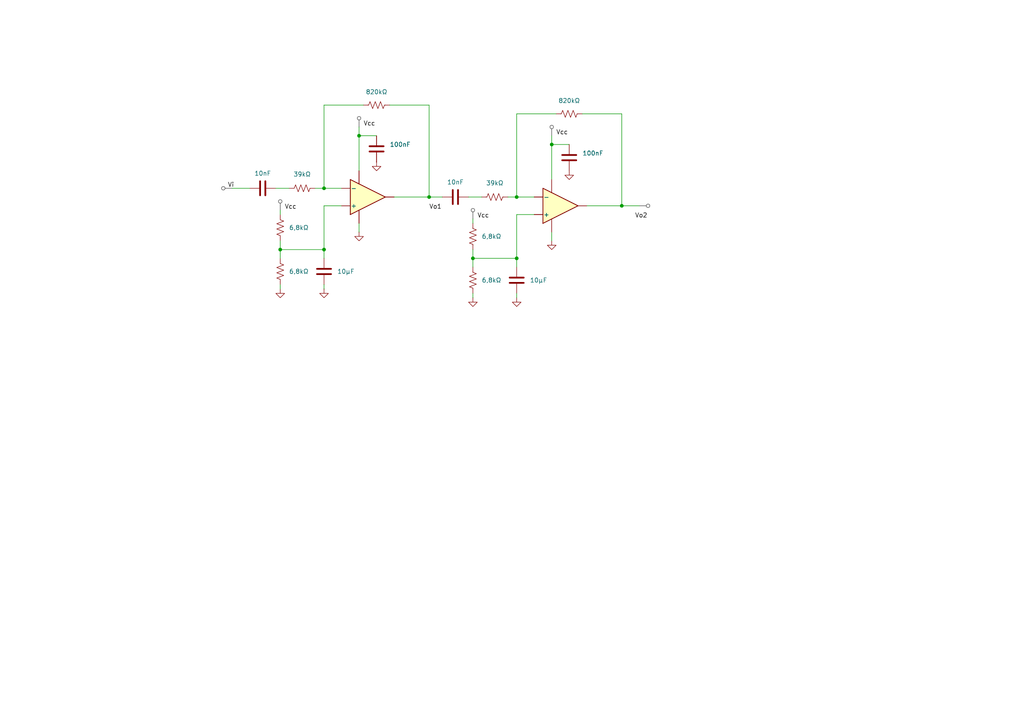
<source format=kicad_sch>
(kicad_sch (version 20231120) (generator "eeschema") (generator_version "8.0")
  (paper "A4")
  (lib_symbols
    (symbol "Amplifier_Operational:TLV172IDCK" (pin_names (offset 0.127))
      (symbol "TLV172IDCK_0_1"
        (polyline (pts (xy -2.54 5.08) (xy -2.54 -5.08) (xy 7.62 0) (xy -2.54 5.08)) (stroke (width 0.254)) (fill (type background)))
      )
      (symbol "TLV172IDCK_1_1"
        (pin power_in line (at 0 -7.62 90) (length 3.81) (name "") (number ""))
        (pin power_in line (at 0 7.62 270) (length 3.81) (name "") (number ""))
        (pin input line (at -5.08 2.54 0) (length 2.54) (name "+") (number ""))
        (pin input line (at -5.08 -2.54 0) (length 2.54) (name "-") (number ""))
        (pin output line (at 10.16 0 180) (length 2.54) (name "~") (number ""))
      )
    )
    (symbol "Device:C" (pin_numbers hide) (pin_names (offset 0.254))
      (property "Reference" "C" (at 0.635 2.54 0))
      (property "Value" "C" (at 0.635 -2.54 0))
      (symbol "C_0_1"
        (polyline (pts (xy -2.032 -0.762) (xy 2.032 -0.762)) (stroke (width 0.508)))
        (polyline (pts (xy -2.032 0.762) (xy 2.032 0.762)) (stroke (width 0.508)))
      )
      (symbol "C_1_1"
        (pin passive line (at 0 3.81 270) (length 2.794) (name "~") (number "1"))
        (pin passive line (at 0 -3.81 90) (length 2.794) (name "~") (number "2"))
      )
    )
    (symbol "Device:R_US" (pin_numbers hide) (pin_names (offset 0))
      (property "Reference" "R" (at 2.54 0 90))
      (property "Value" "R_US" (at -2.54 0 90))
      (symbol "R_US_0_1"
        (polyline (pts (xy 0 -2.286) (xy 0 -2.54)))
        (polyline (pts (xy 0 2.286) (xy 0 2.54)))
        (polyline (pts (xy 0 -0.762) (xy 1.016 -1.143) (xy 0 -1.524) (xy -1.016 -1.905) (xy 0 -2.286)))
        (polyline (pts (xy 0 0.762) (xy 1.016 0.381) (xy 0 0) (xy -1.016 -0.381) (xy 0 -0.762)))
        (polyline (pts (xy 0 2.286) (xy 1.016 1.905) (xy 0 1.524) (xy -1.016 1.143) (xy 0 0.762)))
      )
      (symbol "R_US_1_1"
        (pin passive line (at 0 3.81 270) (length 1.27) (name "~") (number "1"))
        (pin passive line (at 0 -3.81 90) (length 1.27) (name "~") (number "2"))
      )
    )
    (symbol "TLV172IDCK_1" (pin_names (offset 0.127))
      (symbol "TLV172IDCK_1_0_1"
        (polyline (pts (xy -2.54 5.08) (xy -2.54 -5.08) (xy 7.62 0) (xy -2.54 5.08)) (stroke (width 0.254)) (fill (type background)))
      )
      (symbol "TLV172IDCK_1_1_1"
        (pin power_in line (at 0 -7.62 90) (length 3.81) (name "") (number ""))
        (pin power_in line (at 0 7.62 270) (length 3.81) (name "") (number ""))
        (pin input line (at -5.08 2.54 0) (length 2.54) (name "+") (number ""))
        (pin input line (at -5.08 -2.54 0) (length 2.54) (name "-") (number ""))
        (pin output line (at 10.16 0 180) (length 2.54) (name "~") (number ""))
      )
    )
    (symbol "power:GND" (power) (pin_numbers hide) (pin_names (offset 0) hide)
      (property "Value" "GND" (at 0 -3.81 0))
      (symbol "GND_0_1"
        (polyline (pts (xy 0 0) (xy 0 -1.27) (xy 1.27 -1.27) (xy 0 -2.54) (xy -1.27 -1.27) (xy 0 -1.27)))
      )
      (symbol "GND_1_1"
        (pin power_in line (at 0 0 270) (length 0) (name "~") (number "1"))
      )
    )
  )
  (junction (at 124.46 57.15))
  (junction (at 93.98 72.39))
  (junction (at 93.98 54.61))
  (junction (at 160.02 41.91))
  (junction (at 149.86 57.15))
  (junction (at 104.14 39.37))
  (junction (at 180.34 59.69))
  (junction (at 149.86 74.93))
  (junction (at 137.16 74.93))
  (junction (at 81.28 72.39))
  (wire (pts (xy 180.34 59.69) (xy 185.42 59.69)))
  (wire (pts (xy 137.16 74.93) (xy 137.16 77.47)))
  (wire (pts (xy 81.28 60.96) (xy 81.28 62.23)))
  (wire (pts (xy 154.94 62.23) (xy 149.86 62.23)))
  (wire (pts (xy 93.98 59.69) (xy 93.98 72.39)))
  (wire (pts (xy 93.98 72.39) (xy 81.28 72.39)))
  (wire (pts (xy 93.98 72.39) (xy 93.98 74.93)))
  (wire (pts (xy 170.18 59.69) (xy 180.34 59.69)))
  (wire (pts (xy 81.28 82.55) (xy 81.28 83.82)))
  (wire (pts (xy 149.86 74.93) (xy 149.86 77.47)))
  (wire (pts (xy 160.02 39.37) (xy 160.02 41.91)))
  (wire (pts (xy 124.46 57.15) (xy 128.27 57.15)))
  (wire (pts (xy 93.98 54.61) (xy 93.98 30.48)))
  (wire (pts (xy 91.44 54.61) (xy 93.98 54.61)))
  (wire (pts (xy 149.86 62.23) (xy 149.86 74.93)))
  (wire (pts (xy 137.16 85.09) (xy 137.16 86.36)))
  (wire (pts (xy 93.98 82.55) (xy 93.98 83.82)))
  (wire (pts (xy 149.86 57.15) (xy 149.86 33.02)))
  (wire (pts (xy 80.01 54.61) (xy 83.82 54.61)))
  (wire (pts (xy 168.91 33.02) (xy 180.34 33.02)))
  (wire (pts (xy 137.16 63.5) (xy 137.16 64.77)))
  (wire (pts (xy 81.28 69.85) (xy 81.28 72.39)))
  (wire (pts (xy 135.89 57.15) (xy 139.7 57.15)))
  (wire (pts (xy 93.98 54.61) (xy 99.06 54.61)))
  (wire (pts (xy 93.98 30.48) (xy 105.41 30.48)))
  (wire (pts (xy 99.06 59.69) (xy 93.98 59.69)))
  (wire (pts (xy 67.31 54.61) (xy 72.39 54.61)))
  (wire (pts (xy 160.02 41.91) (xy 160.02 52.07)))
  (wire (pts (xy 104.14 64.77) (xy 104.14 67.31)))
  (wire (pts (xy 147.32 57.15) (xy 149.86 57.15)))
  (wire (pts (xy 104.14 36.83) (xy 104.14 39.37)))
  (wire (pts (xy 81.28 72.39) (xy 81.28 74.93)))
  (wire (pts (xy 149.86 74.93) (xy 137.16 74.93)))
  (wire (pts (xy 149.86 85.09) (xy 149.86 86.36)))
  (wire (pts (xy 160.02 41.91) (xy 165.1 41.91)))
  (wire (pts (xy 104.14 39.37) (xy 109.22 39.37)))
  (wire (pts (xy 149.86 57.15) (xy 154.94 57.15)))
  (wire (pts (xy 104.14 39.37) (xy 104.14 49.53)))
  (wire (pts (xy 114.3 57.15) (xy 124.46 57.15)))
  (wire (pts (xy 137.16 72.39) (xy 137.16 74.93)))
  (wire (pts (xy 113.03 30.48) (xy 124.46 30.48)))
  (wire (pts (xy 149.86 33.02) (xy 161.29 33.02)))
  (wire (pts (xy 180.34 33.02) (xy 180.34 59.69)))
  (wire (pts (xy 160.02 67.31) (xy 160.02 69.85)))
  (wire (pts (xy 124.46 30.48) (xy 124.46 57.15)))
  (label "Vcc" (at 82.55 60.96 0))
  (label "Vcc" (at 138.43 63.5 0))
  (label "Vcc" (at 161.29 39.37 0))
  (label "Vo2" (at 184.15 63.5 0))
  (label "Vo1" (at 124.46 60.96 0))
  (label "Vi" (at 66.04 54.61 0))
  (label "Vcc" (at 105.41 36.83 0))
  (netclass_flag "" (length 2.54) (shape round) (at 137.16 63.5 0))
  (netclass_flag "" (length 2.54) (shape round) (at 81.28 60.96 0))
  (netclass_flag "" (length 2.54) (shape round) (at 160.02 39.37 0))
  (netclass_flag "" (length 2.54) (shape round) (at 185.42 59.69 270))
  (netclass_flag "" (length 2.54) (shape round) (at 104.14 36.83 0))
  (netclass_flag "" (length 2.54) (shape round) (at 67.31 54.61 90))
  (symbol (lib_name "TLV172IDCK_1") (lib_id "Amplifier_Operational:TLV172IDCK") (at 160.02 59.69 0) (mirror x) (unit 1)
    (property "Reference" "U2" (effects (hide yes)))
    (property "Value" "TLV172IDCK" (effects (hide yes)))
    (property "Footprint" "Package_TO_SOT_SMD:SOT-353_SC-70-5" (effects (hide yes)))
    (property "Datasheet" "http://www.ti.com/lit/ds/symlink/tlv172.pdf" (effects (hide yes)))
    (property "Description" "Low-power Operational Amplifier, SOT-353" (effects (hide yes)))
  )
  (symbol (lib_id "power:GND") (at 93.98 83.82 0) (unit 1)
    (property "Reference" "#PWR03" (effects (hide yes)))
    (property "Value" "GND" (effects (hide yes)))
    (property "Description" "Power symbol creates a global label with name \"GND\" , ground" (effects (hide yes)))
  )
  (symbol (lib_id "Device:R_US") (at 137.16 81.28 0) (unit 1)
    (property "Reference" "6,8kΩ" (at 139.7 81.2799 0) (effects (justify left)))
    (property "Value" "R_US" (effects (hide yes)))
    (property "Description" "Resistor, US symbol" (effects (hide yes)))
  )
  (symbol (lib_id "Device:R_US") (at 137.16 68.58 0) (unit 1)
    (property "Reference" "6,8kΩ" (at 139.7 68.5799 0) (effects (justify left)))
    (property "Value" "R_US" (effects (hide yes)))
    (property "Description" "Resistor, US symbol" (effects (hide yes)))
  )
  (symbol (lib_id "Device:R_US") (at 165.1 33.02 90) (unit 1)
    (property "Reference" "820kΩ" (at 165.1 29.21 90))
    (property "Value" "R_US" (effects (hide yes)))
    (property "Description" "Resistor, US symbol" (effects (hide yes)))
  )
  (symbol (lib_id "Device:R_US") (at 81.28 78.74 0) (unit 1)
    (property "Reference" "6,8kΩ" (at 83.82 78.7399 0) (effects (justify left)))
    (property "Value" "R_US" (effects (hide yes)))
    (property "Description" "Resistor, US symbol" (effects (hide yes)))
  )
  (symbol (lib_id "Device:C") (at 93.98 78.74 0) (unit 1)
    (property "Reference" "10µF" (at 97.79 78.7399 0) (effects (justify left)))
    (property "Value" "C" (effects (hide yes)))
    (property "Description" "Unpolarized capacitor" (effects (hide yes)))
  )
  (symbol (lib_id "Device:C") (at 132.08 57.15 90) (unit 1)
    (property "Reference" "10nF" (at 132.08 52.832 90))
    (property "Value" "C" (effects (hide yes)))
    (property "Description" "Unpolarized capacitor" (effects (hide yes)))
  )
  (symbol (lib_id "power:GND") (at 165.1 49.53 0) (unit 1)
    (property "Reference" "#PWR08" (effects (hide yes)))
    (property "Value" "GND" (effects (hide yes)))
    (property "Description" "Power symbol creates a global label with name \"GND\" , ground" (effects (hide yes)))
  )
  (symbol (lib_id "power:GND") (at 109.22 46.99 0) (unit 1)
    (property "Reference" "#PWR01" (effects (hide yes)))
    (property "Value" "GND" (effects (hide yes)))
    (property "Description" "Power symbol creates a global label with name \"GND\" , ground" (effects (hide yes)))
  )
  (symbol (lib_id "Device:R_US") (at 109.22 30.48 90) (unit 1)
    (property "Reference" "820kΩ" (at 109.22 26.67 90))
    (property "Value" "R_US" (effects (hide yes)))
    (property "Description" "Resistor, US symbol" (effects (hide yes)))
  )
  (symbol (lib_id "Amplifier_Operational:TLV172IDCK") (at 104.14 57.15 0) (mirror x) (unit 1)
    (property "Reference" "U1" (effects (hide yes)))
    (property "Value" "TLV172IDCK" (effects (hide yes)))
    (property "Footprint" "Package_TO_SOT_SMD:SOT-353_SC-70-5" (effects (hide yes)))
    (property "Datasheet" "http://www.ti.com/lit/ds/symlink/tlv172.pdf" (effects (hide yes)))
    (property "Description" "Low-power Operational Amplifier, SOT-353" (effects (hide yes)))
  )
  (symbol (lib_id "power:GND") (at 137.16 86.36 0) (unit 1)
    (property "Reference" "#PWR05" (effects (hide yes)))
    (property "Value" "GND" (effects (hide yes)))
    (property "Description" "Power symbol creates a global label with name \"GND\" , ground" (effects (hide yes)))
  )
  (symbol (lib_id "Device:R_US") (at 81.28 66.04 0) (unit 1)
    (property "Reference" "6,8kΩ" (at 83.82 66.0399 0) (effects (justify left)))
    (property "Value" "R_US" (effects (hide yes)))
    (property "Description" "Resistor, US symbol" (effects (hide yes)))
  )
  (symbol (lib_id "Device:C") (at 109.22 43.18 0) (unit 1)
    (property "Reference" "100nF" (at 113.03 41.9099 0) (effects (justify left)))
    (property "Value" "C" (effects (hide yes)))
    (property "Description" "Unpolarized capacitor" (effects (hide yes)))
  )
  (symbol (lib_id "power:GND") (at 149.86 86.36 0) (unit 1)
    (property "Reference" "#PWR06" (effects (hide yes)))
    (property "Value" "GND" (effects (hide yes)))
    (property "Description" "Power symbol creates a global label with name \"GND\" , ground" (effects (hide yes)))
  )
  (symbol (lib_id "Device:C") (at 76.2 54.61 90) (unit 1)
    (property "Reference" "10nF" (at 76.2 50.292 90))
    (property "Value" "C" (effects (hide yes)))
    (property "Description" "Unpolarized capacitor" (effects (hide yes)))
  )
  (symbol (lib_id "Device:C") (at 165.1 45.72 0) (unit 1)
    (property "Reference" "100nF" (at 168.91 44.4499 0) (effects (justify left)))
    (property "Value" "C" (effects (hide yes)))
    (property "Description" "Unpolarized capacitor" (effects (hide yes)))
  )
  (symbol (lib_id "Device:R_US") (at 143.51 57.15 90) (unit 1)
    (property "Reference" "39kΩ" (at 143.51 53.086 90))
    (property "Value" "R_US" (effects (hide yes)))
    (property "Description" "Resistor, US symbol" (effects (hide yes)))
  )
  (symbol (lib_id "power:GND") (at 104.14 67.31 0) (unit 1)
    (property "Reference" "#PWR04" (effects (hide yes)))
    (property "Value" "GND" (effects (hide yes)))
    (property "Description" "Power symbol creates a global label with name \"GND\" , ground" (effects (hide yes)))
  )
  (symbol (lib_id "Device:C") (at 149.86 81.28 0) (unit 1)
    (property "Reference" "10µF" (at 153.67 81.2799 0) (effects (justify left)))
    (property "Value" "C" (effects (hide yes)))
    (property "Description" "Unpolarized capacitor" (effects (hide yes)))
  )
  (symbol (lib_id "power:GND") (at 160.02 69.85 0) (unit 1)
    (property "Reference" "#PWR07" (effects (hide yes)))
    (property "Value" "GND" (effects (hide yes)))
    (property "Description" "Power symbol creates a global label with name \"GND\" , ground" (effects (hide yes)))
  )
  (symbol (lib_id "Device:R_US") (at 87.63 54.61 90) (unit 1)
    (property "Reference" "39kΩ" (at 87.63 50.546 90))
    (property "Value" "R_US" (effects (hide yes)))
    (property "Description" "Resistor, US symbol" (effects (hide yes)))
  )
  (symbol (lib_id "power:GND") (at 81.28 83.82 0) (unit 1)
    (property "Reference" "#PWR02" (effects (hide yes)))
    (property "Value" "GND" (effects (hide yes)))
    (property "Description" "Power symbol creates a global label with name \"GND\" , ground" (effects (hide yes)))
  )
)
</source>
